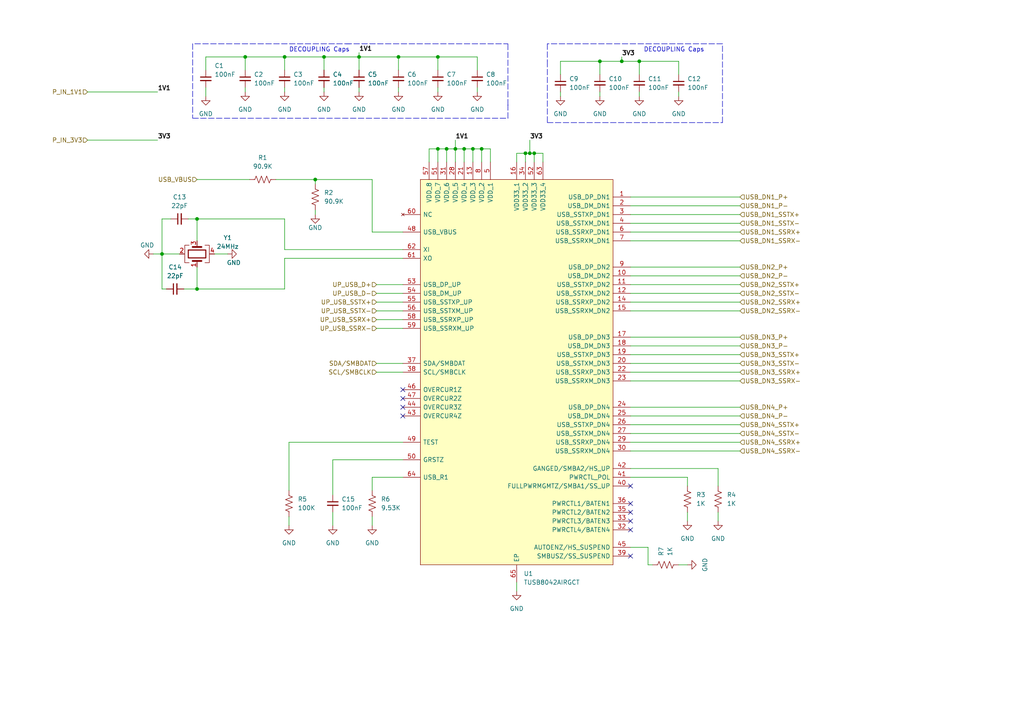
<source format=kicad_sch>
(kicad_sch (version 20211123) (generator eeschema)
  (paper "A4")
  (title_block (title "USB EXTENDER") (date "2022-04-17") (rev "1.0") (comment 2 "Reviewed by:") (comment 3 "Designed by: Robert M M") (comment 4 "USB EXTENDER"))
  (lib_symbols
    (symbol "Device:C_Small" (pin_numbers hide) (pin_names (offset 0.254) hide)
      (property "Reference" "C" (at 0.254 1.778 0))
      (property "Value" "C_Small" (at 0.254 -2.032 0))
      (symbol "C_Small_0_1"
        (polyline (pts (xy -1.524 -0.508) (xy 1.524 -0.508)) (stroke (width 0.3302)))
        (polyline (pts (xy -1.524 0.508) (xy 1.524 0.508)) (stroke (width 0.3048)))
      )
      (symbol "C_Small_1_1"
        (pin passive line (at 0 2.54 270) (length 2.032) (name "~") (number "1"))
        (pin passive line (at 0 -2.54 90) (length 2.032) (name "~") (number "2"))
      )
    )
    (symbol "Device:Crystal_GND24" (pin_names (offset 1.016) hide)
      (property "Reference" "Y" (at 3.175 5.08 0))
      (property "Value" "Crystal_GND24" (at 3.175 3.175 0))
      (symbol "Crystal_GND24_0_1"
        (rectangle (start -1.143 2.54) (end 1.143 -2.54) (stroke (width 0.3048)))
        (polyline (pts (xy -2.54 0) (xy -2.032 0)))
        (polyline (pts (xy -2.032 -1.27) (xy -2.032 1.27)) (stroke (width 0.508)))
        (polyline (pts (xy 0 -3.81) (xy 0 -3.556)))
        (polyline (pts (xy 0 3.556) (xy 0 3.81)))
        (polyline (pts (xy 2.032 -1.27) (xy 2.032 1.27)) (stroke (width 0.508)))
        (polyline (pts (xy 2.032 0) (xy 2.54 0)))
        (polyline (pts (xy -2.54 -2.286) (xy -2.54 -3.556) (xy 2.54 -3.556) (xy 2.54 -2.286)))
        (polyline (pts (xy -2.54 2.286) (xy -2.54 3.556) (xy 2.54 3.556) (xy 2.54 2.286)))
      )
      (symbol "Crystal_GND24_1_1"
        (pin passive line (at -3.81 0 0) (length 1.27) (name "1") (number "1"))
        (pin passive line (at 0 5.08 270) (length 1.27) (name "2") (number "2"))
        (pin passive line (at 3.81 0 180) (length 1.27) (name "3") (number "3"))
        (pin passive line (at 0 -5.08 90) (length 1.27) (name "4") (number "4"))
      )
    )
    (symbol "Device:R_US" (pin_numbers hide) (pin_names (offset 0))
      (property "Reference" "R" (at 2.54 0 90))
      (property "Value" "R_US" (at -2.54 0 90))
      (symbol "R_US_0_1"
        (polyline (pts (xy 0 -2.286) (xy 0 -2.54)))
        (polyline (pts (xy 0 2.286) (xy 0 2.54)))
        (polyline (pts (xy 0 -0.762) (xy 1.016 -1.143) (xy 0 -1.524) (xy -1.016 -1.905) (xy 0 -2.286)))
        (polyline (pts (xy 0 0.762) (xy 1.016 0.381) (xy 0 0) (xy -1.016 -0.381) (xy 0 -0.762)))
        (polyline (pts (xy 0 2.286) (xy 1.016 1.905) (xy 0 1.524) (xy -1.016 1.143) (xy 0 0.762)))
      )
      (symbol "R_US_1_1"
        (pin passive line (at 0 3.81 270) (length 1.27) (name "~") (number "1"))
        (pin passive line (at 0 -3.81 90) (length 1.27) (name "~") (number "2"))
      )
    )
    (symbol "GCL_Integrated-Circuits:TUSB8042AIRGCT" (pin_names (offset 0.762))
      (property "Reference" "U" (at -5.08 25.4 0))
      (property "Value" "TUSB8042AIRGCT" (at -10.16 22.86 0))
      (symbol "TUSB8042AIRGCT_0_0"
        (pin passive line (at 71.12 17.78 180) (length 5.08) (name "USB_DP_DN1") (number "1"))
        (pin passive line (at 71.12 -5.08 180) (length 5.08) (name "USB_DM_DN2") (number "10"))
        (pin passive line (at 71.12 -7.62 180) (length 5.08) (name "USB_SSTXP_DN2") (number "11"))
        (pin passive line (at 71.12 -10.16 180) (length 5.08) (name "USB_SSTXM_DN2") (number "12"))
        (pin passive line (at 25.4 27.94 270) (length 5.08) (name "VDD_3") (number "13"))
        (pin passive line (at 71.12 -12.7 180) (length 5.08) (name "USB_SSRXP_DN2") (number "14"))
        (pin passive line (at 71.12 -15.24 180) (length 5.08) (name "USB_SSRXM_DN2") (number "15"))
        (pin passive line (at 38.1 27.94 270) (length 5.08) (name "VDD33_1") (number "16"))
        (pin passive line (at 71.12 -22.86 180) (length 5.08) (name "USB_DP_DN3") (number "17"))
        (pin passive line (at 71.12 -25.4 180) (length 5.08) (name "USB_DM_DN3") (number "18"))
        (pin passive line (at 71.12 -27.94 180) (length 5.08) (name "USB_SSTXP_DN3") (number "19"))
        (pin passive line (at 71.12 15.24 180) (length 5.08) (name "USB_DM_DN1") (number "2"))
        (pin passive line (at 71.12 -30.48 180) (length 5.08) (name "USB_SSTXM_DN3") (number "20"))
        (pin passive line (at 22.86 27.94 270) (length 5.08) (name "VDD_4") (number "21"))
        (pin passive line (at 71.12 -33.02 180) (length 5.08) (name "USB_SSRXP_DN3") (number "22"))
        (pin passive line (at 71.12 -35.56 180) (length 5.08) (name "USB_SSRXM_DN3") (number "23"))
        (pin passive line (at 71.12 -43.18 180) (length 5.08) (name "USB_DP_DN4") (number "24"))
        (pin passive line (at 71.12 -45.72 180) (length 5.08) (name "USB_DM_DN4") (number "25"))
        (pin passive line (at 71.12 -48.26 180) (length 5.08) (name "USB_SSTXP_DN4") (number "26"))
        (pin passive line (at 71.12 -50.8 180) (length 5.08) (name "USB_SSTXM_DN4") (number "27"))
        (pin passive line (at 20.32 27.94 270) (length 5.08) (name "VDD_5") (number "28"))
        (pin passive line (at 71.12 -53.34 180) (length 5.08) (name "USB_SSRXP_DN4") (number "29"))
        (pin passive line (at 71.12 12.7 180) (length 5.08) (name "USB_SSTXP_DN1") (number "3"))
        (pin passive line (at 71.12 -55.88 180) (length 5.08) (name "USB_SSRXM_DN4") (number "30"))
        (pin passive line (at 17.78 27.94 270) (length 5.08) (name "VDD_6") (number "31"))
        (pin passive line (at 71.12 -78.74 180) (length 5.08) (name "PWRCTL4/BATEN4") (number "32"))
        (pin passive line (at 71.12 -76.2 180) (length 5.08) (name "PWRCTL3/BATEN3") (number "33"))
        (pin passive line (at 40.64 27.94 270) (length 5.08) (name "VDD33_2") (number "34"))
        (pin passive line (at 71.12 -73.66 180) (length 5.08) (name "PWRCTL2/BATEN2") (number "35"))
        (pin passive line (at 71.12 -71.12 180) (length 5.08) (name "PWRCTL1/BATEN1") (number "36"))
        (pin passive line (at 5.08 -30.48 0) (length 5.08) (name "SDA/SMBDAT") (number "37"))
        (pin passive line (at 5.08 -33.02 0) (length 5.08) (name "SCL/SMBCLK") (number "38"))
        (pin passive line (at 71.12 -86.36 180) (length 5.08) (name "SMBUSZ/SS_SUSPEND") (number "39"))
        (pin passive line (at 71.12 10.16 180) (length 5.08) (name "USB_SSTXM_DN1") (number "4"))
        (pin passive line (at 71.12 -66.04 180) (length 5.08) (name "FULLPWRMGMTZ/SMBA1/SS_UP") (number "40"))
        (pin passive line (at 71.12 -63.5 180) (length 5.08) (name "PWRCTL_POL") (number "41"))
        (pin passive line (at 71.12 -60.96 180) (length 5.08) (name "GANGED/SMBA2/HS_UP") (number "42"))
        (pin passive line (at 5.08 -45.72 0) (length 5.08) (name "OVERCUR4Z") (number "43"))
        (pin passive line (at 5.08 -43.18 0) (length 5.08) (name "OVERCUR3Z") (number "44"))
        (pin passive line (at 71.12 -83.82 180) (length 5.08) (name "AUTOENZ/HS_SUSPEND") (number "45"))
        (pin passive line (at 5.08 -38.1 0) (length 5.08) (name "OVERCUR1Z") (number "46"))
        (pin passive line (at 5.08 -40.64 0) (length 5.08) (name "OVERCUR2Z") (number "47"))
        (pin passive line (at 5.08 7.62 0) (length 5.08) (name "USB_VBUS") (number "48"))
        (pin passive line (at 5.08 -53.34 0) (length 5.08) (name "TEST") (number "49"))
        (pin passive line (at 30.48 27.94 270) (length 5.08) (name "VDD_1") (number "5"))
        (pin passive line (at 5.08 -58.42 0) (length 5.08) (name "GRSTZ") (number "50"))
        (pin passive line (at 15.24 27.94 270) (length 5.08) (name "VDD_7") (number "51"))
        (pin passive line (at 43.18 27.94 270) (length 5.08) (name "VDD33_3") (number "52"))
        (pin passive line (at 5.08 -7.62 0) (length 5.08) (name "USB_DP_UP") (number "53"))
        (pin passive line (at 5.08 -10.16 0) (length 5.08) (name "USB_DM_UP") (number "54"))
        (pin passive line (at 5.08 -12.7 0) (length 5.08) (name "USB_SSTXP_UP") (number "55"))
        (pin passive line (at 5.08 -15.24 0) (length 5.08) (name "USB_SSTXM_UP") (number "56"))
        (pin passive line (at 12.7 27.94 270) (length 5.08) (name "VDD_8") (number "57"))
        (pin passive line (at 5.08 -17.78 0) (length 5.08) (name "USB_SSRXP_UP") (number "58"))
        (pin passive line (at 5.08 -20.32 0) (length 5.08) (name "USB_SSRXM_UP") (number "59"))
        (pin passive line (at 71.12 7.62 180) (length 5.08) (name "USB_SSRXP_DN1") (number "6"))
        (pin no_connect line (at 5.08 12.7 0) (length 5.08) (name "NC") (number "60"))
        (pin passive line (at 5.08 0 0) (length 5.08) (name "XO") (number "61"))
        (pin passive line (at 5.08 2.54 0) (length 5.08) (name "XI") (number "62"))
        (pin passive line (at 45.72 27.94 270) (length 5.08) (name "VDD33_4") (number "63"))
        (pin passive line (at 5.08 -63.5 0) (length 5.08) (name "USB_R1") (number "64"))
        (pin passive line (at 38.1 -93.98 90) (length 5.08) (name "EP") (number "65"))
        (pin passive line (at 71.12 5.08 180) (length 5.08) (name "USB_SSRXM_DN1") (number "7"))
        (pin passive line (at 27.94 27.94 270) (length 5.08) (name "VDD_2") (number "8"))
        (pin passive line (at 71.12 -2.54 180) (length 5.08) (name "USB_DP_DN2") (number "9"))
      )
      (symbol "TUSB8042AIRGCT_0_1"
        (rectangle (start 10.16 22.86) (end 66.04 -88.9) (fill (type background)))
      )
    )
    (symbol "power:GND" (power) (pin_names (offset 0))
      (property "Value" "GND" (at 0 -3.81 0))
      (symbol "GND_0_1"
        (polyline (pts (xy 0 0) (xy 0 -1.27) (xy 1.27 -1.27) (xy 0 -2.54) (xy -1.27 -1.27) (xy 0 -1.27)))
      )
      (symbol "GND_1_1"
        (pin power_in line (at 0 0 270) (length 0) hide (name "GND") (number "1"))
      )
    )
  )
  (junction (at 154.94 44.45))
  (junction (at 115.57 16.51))
  (junction (at 82.55 16.51))
  (junction (at 139.7 43.18))
  (junction (at 180.34 17.78))
  (junction (at 129.54 43.18))
  (junction (at 57.15 63.5))
  (junction (at 91.44 52.07))
  (junction (at 93.98 16.51))
  (junction (at 104.14 16.51))
  (junction (at 137.16 43.18))
  (junction (at 153.67 44.45))
  (junction (at 57.15 83.82))
  (junction (at 173.99 17.78))
  (junction (at 152.4 44.45))
  (junction (at 46.99 73.66))
  (junction (at 127 16.51))
  (junction (at 71.12 16.51))
  (junction (at 127 43.18))
  (junction (at 134.62 43.18))
  (junction (at 185.42 17.78))
  (junction (at 132.08 43.18))
  (no_connect (at 182.88 161.29))
  (no_connect (at 116.84 120.65))
  (no_connect (at 116.84 113.03))
  (no_connect (at 116.84 115.57))
  (no_connect (at 116.84 118.11))
  (no_connect (at 182.88 153.67))
  (no_connect (at 182.88 140.97))
  (no_connect (at 182.88 151.13))
  (no_connect (at 182.88 148.59))
  (no_connect (at 182.88 146.05))
  (polyline (pts (xy 55.88 34.29) (xy 147.32 34.29)))
  (wire (pts (xy 154.94 44.45) (xy 157.48 44.45)))
  (wire (pts (xy 46.99 73.66) (xy 46.99 63.5)))
  (wire (pts (xy 25.4 40.64) (xy 45.72 40.64)))
  (wire (pts (xy 138.43 16.51) (xy 138.43 20.32)))
  (wire (pts (xy 96.52 133.35) (xy 96.52 143.51)))
  (wire (pts (xy 173.99 17.78) (xy 162.56 17.78)))
  (wire (pts (xy 93.98 25.4) (xy 93.98 26.67)))
  (polyline (pts (xy 100.33 12.7) (xy 147.32 12.7)))
  (wire (pts (xy 142.24 43.18) (xy 139.7 43.18)))
  (polyline (pts (xy 55.88 12.7) (xy 55.88 34.29)))
  (wire (pts (xy 149.86 168.91) (xy 149.86 171.45)))
  (polyline (pts (xy 147.32 30.48) (xy 147.32 12.7)))
  (wire (pts (xy 82.55 72.39) (xy 116.84 72.39)))
  (wire (pts (xy 182.88 82.55) (xy 214.63 82.55)))
  (wire (pts (xy 127 43.18) (xy 127 46.99)))
  (wire (pts (xy 59.69 16.51) (xy 59.69 20.32)))
  (wire (pts (xy 109.22 90.17) (xy 116.84 90.17)))
  (wire (pts (xy 182.88 120.65) (xy 214.63 120.65)))
  (wire (pts (xy 91.44 52.07) (xy 107.95 52.07)))
  (wire (pts (xy 182.88 90.17) (xy 214.63 90.17)))
  (wire (pts (xy 157.48 44.45) (xy 157.48 46.99)))
  (wire (pts (xy 199.39 148.59) (xy 199.39 151.13)))
  (wire (pts (xy 127 43.18) (xy 124.46 43.18)))
  (wire (pts (xy 162.56 17.78) (xy 162.56 21.59)))
  (wire (pts (xy 109.22 82.55) (xy 116.84 82.55)))
  (wire (pts (xy 182.88 118.11) (xy 214.63 118.11)))
  (wire (pts (xy 115.57 16.51) (xy 127 16.51)))
  (polyline (pts (xy 158.75 12.7) (xy 158.75 17.78)))
  (wire (pts (xy 116.84 138.43) (xy 107.95 138.43)))
  (wire (pts (xy 182.88 128.27) (xy 214.63 128.27)))
  (wire (pts (xy 182.88 80.01) (xy 214.63 80.01)))
  (wire (pts (xy 182.88 97.79) (xy 214.63 97.79)))
  (wire (pts (xy 54.61 63.5) (xy 57.15 63.5)))
  (wire (pts (xy 173.99 26.67) (xy 173.99 27.94)))
  (wire (pts (xy 137.16 43.18) (xy 137.16 46.99)))
  (wire (pts (xy 109.22 107.95) (xy 116.84 107.95)))
  (wire (pts (xy 129.54 43.18) (xy 129.54 46.99)))
  (wire (pts (xy 59.69 25.4) (xy 59.69 27.94)))
  (wire (pts (xy 132.08 43.18) (xy 129.54 43.18)))
  (wire (pts (xy 149.86 44.45) (xy 149.86 46.99)))
  (polyline (pts (xy 209.55 35.56) (xy 209.55 12.7)))
  (wire (pts (xy 180.34 16.51) (xy 180.34 17.78)))
  (wire (pts (xy 83.82 128.27) (xy 116.84 128.27)))
  (wire (pts (xy 154.94 44.45) (xy 154.94 46.99)))
  (polyline (pts (xy 147.32 34.29) (xy 147.32 30.48)))
  (wire (pts (xy 182.88 69.85) (xy 214.63 69.85)))
  (wire (pts (xy 59.69 16.51) (xy 71.12 16.51)))
  (wire (pts (xy 182.88 102.87) (xy 214.63 102.87)))
  (wire (pts (xy 46.99 63.5) (xy 49.53 63.5)))
  (wire (pts (xy 46.99 73.66) (xy 52.07 73.66)))
  (polyline (pts (xy 209.55 12.7) (xy 158.75 12.7)))
  (wire (pts (xy 109.22 92.71) (xy 116.84 92.71)))
  (wire (pts (xy 182.88 57.15) (xy 214.63 57.15)))
  (wire (pts (xy 132.08 43.18) (xy 134.62 43.18)))
  (wire (pts (xy 104.14 15.24) (xy 104.14 16.51)))
  (wire (pts (xy 107.95 67.31) (xy 107.95 52.07)))
  (wire (pts (xy 182.88 100.33) (xy 214.63 100.33)))
  (wire (pts (xy 182.88 87.63) (xy 214.63 87.63)))
  (wire (pts (xy 139.7 43.18) (xy 139.7 46.99)))
  (polyline (pts (xy 147.32 30.48) (xy 147.32 30.48)))
  (wire (pts (xy 149.86 44.45) (xy 152.4 44.45)))
  (wire (pts (xy 185.42 26.67) (xy 185.42 27.94)))
  (wire (pts (xy 107.95 138.43) (xy 107.95 142.24)))
  (wire (pts (xy 71.12 16.51) (xy 71.12 20.32)))
  (wire (pts (xy 115.57 16.51) (xy 115.57 20.32)))
  (wire (pts (xy 182.88 107.95) (xy 214.63 107.95)))
  (wire (pts (xy 132.08 43.18) (xy 132.08 46.99)))
  (wire (pts (xy 44.45 73.66) (xy 46.99 73.66)))
  (polyline (pts (xy 101.6 12.7) (xy 55.88 12.7)))
  (wire (pts (xy 83.82 128.27) (xy 83.82 142.24)))
  (wire (pts (xy 71.12 16.51) (xy 82.55 16.51)))
  (wire (pts (xy 182.88 77.47) (xy 214.63 77.47)))
  (wire (pts (xy 57.15 83.82) (xy 53.34 83.82)))
  (wire (pts (xy 185.42 17.78) (xy 196.85 17.78)))
  (wire (pts (xy 185.42 17.78) (xy 185.42 21.59)))
  (wire (pts (xy 57.15 52.07) (xy 72.39 52.07)))
  (wire (pts (xy 129.54 43.18) (xy 127 43.18)))
  (wire (pts (xy 182.88 130.81) (xy 214.63 130.81)))
  (wire (pts (xy 182.88 67.31) (xy 214.63 67.31)))
  (polyline (pts (xy 158.75 35.56) (xy 209.55 35.56)))
  (wire (pts (xy 109.22 87.63) (xy 116.84 87.63)))
  (wire (pts (xy 187.96 163.83) (xy 189.23 163.83)))
  (wire (pts (xy 116.84 67.31) (xy 107.95 67.31)))
  (wire (pts (xy 187.96 158.75) (xy 187.96 163.83)))
  (wire (pts (xy 57.15 63.5) (xy 82.55 63.5)))
  (wire (pts (xy 196.85 17.78) (xy 196.85 21.59)))
  (wire (pts (xy 208.28 135.89) (xy 208.28 140.97)))
  (wire (pts (xy 127 16.51) (xy 138.43 16.51)))
  (wire (pts (xy 104.14 25.4) (xy 104.14 26.67)))
  (wire (pts (xy 153.67 44.45) (xy 154.94 44.45)))
  (wire (pts (xy 127 16.51) (xy 127 20.32)))
  (wire (pts (xy 62.23 73.66) (xy 66.04 73.66)))
  (wire (pts (xy 57.15 77.47) (xy 57.15 83.82)))
  (wire (pts (xy 96.52 133.35) (xy 116.84 133.35)))
  (wire (pts (xy 142.24 43.18) (xy 142.24 46.99)))
  (wire (pts (xy 80.01 52.07) (xy 91.44 52.07)))
  (wire (pts (xy 182.88 62.23) (xy 214.63 62.23)))
  (wire (pts (xy 96.52 148.59) (xy 96.52 152.4)))
  (wire (pts (xy 173.99 17.78) (xy 180.34 17.78)))
  (wire (pts (xy 182.88 110.49) (xy 214.63 110.49)))
  (polyline (pts (xy 158.75 17.78) (xy 158.75 35.56)))
  (wire (pts (xy 139.7 43.18) (xy 137.16 43.18)))
  (wire (pts (xy 199.39 138.43) (xy 199.39 140.97)))
  (wire (pts (xy 138.43 25.4) (xy 138.43 26.67)))
  (wire (pts (xy 109.22 85.09) (xy 116.84 85.09)))
  (wire (pts (xy 82.55 63.5) (xy 82.55 72.39)))
  (wire (pts (xy 91.44 52.07) (xy 91.44 53.34)))
  (wire (pts (xy 25.4 26.67) (xy 45.72 26.67)))
  (wire (pts (xy 182.88 135.89) (xy 208.28 135.89)))
  (wire (pts (xy 182.88 138.43) (xy 199.39 138.43)))
  (wire (pts (xy 182.88 85.09) (xy 214.63 85.09)))
  (wire (pts (xy 152.4 46.99) (xy 152.4 44.45)))
  (wire (pts (xy 153.67 40.64) (xy 153.67 44.45)))
  (wire (pts (xy 182.88 123.19) (xy 214.63 123.19)))
  (wire (pts (xy 134.62 43.18) (xy 134.62 46.99)))
  (wire (pts (xy 182.88 64.77) (xy 214.63 64.77)))
  (wire (pts (xy 180.34 17.78) (xy 185.42 17.78)))
  (wire (pts (xy 104.14 16.51) (xy 115.57 16.51)))
  (wire (pts (xy 196.85 163.83) (xy 199.39 163.83)))
  (wire (pts (xy 127 25.4) (xy 127 26.67)))
  (wire (pts (xy 182.88 125.73) (xy 214.63 125.73)))
  (wire (pts (xy 109.22 95.25) (xy 116.84 95.25)))
  (wire (pts (xy 93.98 16.51) (xy 93.98 20.32)))
  (wire (pts (xy 152.4 44.45) (xy 153.67 44.45)))
  (wire (pts (xy 109.22 105.41) (xy 116.84 105.41)))
  (wire (pts (xy 57.15 63.5) (xy 57.15 69.85)))
  (wire (pts (xy 48.26 83.82) (xy 46.99 83.82)))
  (wire (pts (xy 82.55 74.93) (xy 116.84 74.93)))
  (wire (pts (xy 173.99 17.78) (xy 173.99 21.59)))
  (wire (pts (xy 104.14 16.51) (xy 104.14 20.32)))
  (wire (pts (xy 82.55 25.4) (xy 82.55 26.67)))
  (wire (pts (xy 208.28 148.59) (xy 208.28 151.13)))
  (wire (pts (xy 115.57 25.4) (xy 115.57 26.67)))
  (wire (pts (xy 162.56 26.67) (xy 162.56 27.94)))
  (wire (pts (xy 46.99 73.66) (xy 46.99 83.82)))
  (wire (pts (xy 82.55 16.51) (xy 82.55 20.32)))
  (wire (pts (xy 182.88 105.41) (xy 214.63 105.41)))
  (wire (pts (xy 82.55 16.51) (xy 93.98 16.51)))
  (wire (pts (xy 83.82 149.86) (xy 83.82 152.4)))
  (wire (pts (xy 196.85 26.67) (xy 196.85 27.94)))
  (wire (pts (xy 82.55 83.82) (xy 57.15 83.82)))
  (wire (pts (xy 134.62 43.18) (xy 137.16 43.18)))
  (wire (pts (xy 132.08 40.64) (xy 132.08 43.18)))
  (wire (pts (xy 93.98 16.51) (xy 104.14 16.51)))
  (wire (pts (xy 107.95 149.86) (xy 107.95 152.4)))
  (wire (pts (xy 71.12 25.4) (xy 71.12 26.67)))
  (wire (pts (xy 82.55 74.93) (xy 82.55 83.82)))
  (wire (pts (xy 124.46 43.18) (xy 124.46 46.99)))
  (wire (pts (xy 91.44 60.96) (xy 91.44 62.23)))
  (wire (pts (xy 182.88 59.69) (xy 214.63 59.69)))
  (wire (pts (xy 182.88 158.75) (xy 187.96 158.75)))
  (text "DECOUPLING Caps" (at 83.82 15.24 0) (effects (font (size 1.27 1.27)) (justify left bottom)))
  (text "DECOUPLING Caps" (at 186.69 15.24 0) (effects (font (size 1.27 1.27)) (justify left bottom)))
  (label "3V3" (at 180.34 16.51 0) (effects (font bold)))
  (label "1V1" (at 45.72 26.67 0) (effects (font bold)))
  (label "3V3" (at 153.67 40.64 0) (effects (font bold)))
  (label "1V1" (at 104.14 15.24 0) (effects (font bold)))
  (label "3V3" (at 45.72 40.64 0) (effects (font bold)))
  (label "1V1" (at 132.08 40.64 0) (effects (font bold)))
  (hierarchical_label "P_IN_3V3" (shape input) (at 25.4 40.64 180))
  (hierarchical_label "USB_DN4_SSRX-" (shape input) (at 214.63 130.81 0))
  (hierarchical_label "USB_DN3_SSRX-" (shape input) (at 214.63 110.49 0))
  (hierarchical_label "SDA{slash}SMBDAT" (shape input) (at 109.22 105.41 180))
  (hierarchical_label "USB_DN3_SSRX+" (shape input) (at 214.63 107.95 0))
  (hierarchical_label "USB_DN1_SSTX-" (shape input) (at 214.63 64.77 0))
  (hierarchical_label "USB_DN2_SSTX+" (shape input) (at 214.63 82.55 0))
  (hierarchical_label "USB_DN4_P-" (shape input) (at 214.63 120.65 0))
  (hierarchical_label "USB_DN2_SSRX+" (shape input) (at 214.63 87.63 0))
  (hierarchical_label "USB_VBUS" (shape input) (at 57.15 52.07 180))
  (hierarchical_label "USB_DN3_SSTX+" (shape input) (at 214.63 102.87 0))
  (hierarchical_label "USB_DN1_P-" (shape input) (at 214.63 59.69 0))
  (hierarchical_label "UP_USB_D+" (shape input) (at 109.22 82.55 180))
  (hierarchical_label "USB_DN4_SSRX+" (shape input) (at 214.63 128.27 0))
  (hierarchical_label "USB_DN2_P+" (shape input) (at 214.63 77.47 0))
  (hierarchical_label "UP_USB_SSTX-" (shape input) (at 109.22 90.17 180))
  (hierarchical_label "USB_DN1_P+" (shape input) (at 214.63 57.15 0))
  (hierarchical_label "SCL{slash}SMBCLK" (shape input) (at 109.22 107.95 180))
  (hierarchical_label "USB_DN2_SSRX-" (shape input) (at 214.63 90.17 0))
  (hierarchical_label "USB_DN3_SSTX-" (shape input) (at 214.63 105.41 0))
  (hierarchical_label "USB_DN2_SSTX-" (shape input) (at 214.63 85.09 0))
  (hierarchical_label "USB_DN4_SSTX-" (shape input) (at 214.63 125.73 0))
  (hierarchical_label "USB_DN1_SSRX+" (shape input) (at 214.63 67.31 0))
  (hierarchical_label "UP_USB_D-" (shape input) (at 109.22 85.09 180))
  (hierarchical_label "UP_USB_SSTX+" (shape input) (at 109.22 87.63 180))
  (hierarchical_label "USB_DN2_P-" (shape input) (at 214.63 80.01 0))
  (hierarchical_label "UP_USB_SSRX-" (shape input) (at 109.22 95.25 180))
  (hierarchical_label "USB_DN3_P+" (shape input) (at 214.63 97.79 0))
  (hierarchical_label "USB_DN4_P+" (shape input) (at 214.63 118.11 0))
  (hierarchical_label "USB_DN4_SSTX+" (shape input) (at 214.63 123.19 0))
  (hierarchical_label "USB_DN3_P-" (shape input) (at 214.63 100.33 0))
  (hierarchical_label "USB_DN1_SSTX+" (shape input) (at 214.63 62.23 0))
  (hierarchical_label "USB_DN1_SSRX-" (shape input) (at 214.63 69.85 0))
  (hierarchical_label "UP_USB_SSRX+" (shape input) (at 109.22 92.71 180))
  (hierarchical_label "P_IN_1V1" (shape input) (at 25.4 26.67 180))
  (symbol (lib_id "power:GND") (at 149.86 171.45 0)
    (property "Reference" "#PWR080" (effects hide))
    (property "Value" "GND" (at 149.86 176.53 0))
  )
  (symbol (lib_id "Device:R_US") (at 107.95 146.05 180)
    (property "Reference" "R6" (at 110.49 144.7799 0) (effects (justify right)))
    (property "Value" "9.53K" (at 110.49 147.3199 0) (effects (justify right)))
    (property "Footprint" "Resistor_SMD:R_0402_1005Metric" (effects hide))
  )
  (symbol (lib_id "power:GND") (at 196.85 27.94 0)
    (property "Reference" "#PWR070" (effects hide))
    (property "Value" "GND" (at 196.85 33.02 0))
  )
  (symbol (lib_id "Device:C_Small") (at 59.69 22.86 0)
    (property "Reference" "C1" (at 62.23 19.0562 0) (effects (justify left)))
    (property "Value" "100nF" (at 62.23 21.5962 0) (effects (justify left)))
    (property "Footprint" "Capacitor_SMD:C_0402_1005Metric" (effects hide))
  )
  (symbol (lib_id "Device:C_Small") (at 50.8 83.82 90)
    (property "Reference" "C14" (at 50.8063 77.47 90))
    (property "Value" "22pF" (at 50.8063 80.01 90))
    (property "Footprint" "Capacitor_SMD:C_0402_1005Metric" (effects hide))
  )
  (symbol (lib_id "power:GND") (at 199.39 163.83 90)
    (property "Reference" "#PWR079" (effects hide))
    (property "Value" "GND" (at 204.47 163.83 0))
  )
  (symbol (lib_id "power:GND") (at 59.69 27.94 0)
    (property "Reference" "#PWR066" (effects hide))
    (property "Value" "GND" (at 59.69 33.02 0))
  )
  (symbol (lib_id "Device:R_US") (at 193.04 163.83 270)
    (property "Reference" "R7" (at 191.7699 161.29 0) (effects (justify right)))
    (property "Value" "1K" (at 194.3099 161.29 0) (effects (justify right)))
    (property "Footprint" "Resistor_SMD:R_0402_1005Metric" (effects hide))
  )
  (symbol (lib_id "Device:R_US") (at 91.44 57.15 180)
    (property "Reference" "R2" (at 93.98 55.8799 0) (effects (justify right)))
    (property "Value" "90.9K" (at 93.98 58.4199 0) (effects (justify right)))
    (property "Footprint" "Resistor_SMD:R_0402_1005Metric" (effects hide))
  )
  (symbol (lib_id "power:GND") (at 107.95 152.4 0)
    (property "Reference" "#PWR078" (effects hide))
    (property "Value" "GND" (at 107.95 157.48 0))
  )
  (symbol (lib_id "Device:C_Small") (at 173.99 24.13 0)
    (property "Reference" "C10" (at 176.53 22.8662 0) (effects (justify left)))
    (property "Value" "100nF" (at 176.53 25.4062 0) (effects (justify left)))
    (property "Footprint" "Capacitor_SMD:C_0402_1005Metric" (effects hide))
  )
  (symbol (lib_id "Device:R_US") (at 76.2 52.07 90)
    (property "Reference" "R1" (at 76.2 45.72 90))
    (property "Value" "90.9K" (at 76.2 48.26 90))
    (property "Footprint" "Resistor_SMD:R_0402_1005Metric" (effects hide))
  )
  (symbol (lib_id "power:GND") (at 208.28 151.13 0)
    (property "Reference" "#PWR075" (effects hide))
    (property "Value" "GND" (at 208.28 156.21 0))
  )
  (symbol (lib_id "Device:C_Small") (at 115.57 22.86 0)
    (property "Reference" "C6" (at 118.11 21.5962 0) (effects (justify left)))
    (property "Value" "100nF" (at 118.11 24.1362 0) (effects (justify left)))
    (property "Footprint" "Capacitor_SMD:C_0402_1005Metric" (effects hide))
  )
  (symbol (lib_id "Device:C_Small") (at 96.52 146.05 0)
    (property "Reference" "C15" (at 99.06 144.7862 0) (effects (justify left)))
    (property "Value" "100nF" (at 99.06 147.3262 0) (effects (justify left)))
    (property "Footprint" "Capacitor_SMD:C_0402_1005Metric" (effects hide))
  )
  (symbol (lib_id "Device:Crystal_GND24") (at 57.15 73.66 90)
    (property "Reference" "Y1" (at 66.04 68.961 90))
    (property "Value" "24MHz" (at 66.04 71.501 90))
    (property "Footprint" "Crystal:Crystal_SMD_EuroQuartz_X22-4Pin_2.5x2.0mm" (effects hide))
  )
  (symbol (lib_id "power:GND") (at 91.44 62.23 0)
    (property "Reference" "#PWR071" (effects hide))
    (property "Value" "GND" (at 91.44 66.04 0))
  )
  (symbol (lib_id "Device:C_Small") (at 196.85 24.13 0)
    (property "Reference" "C12" (at 199.39 22.8662 0) (effects (justify left)))
    (property "Value" "100nF" (at 199.39 25.4062 0) (effects (justify left)))
    (property "Footprint" "Capacitor_SMD:C_0402_1005Metric" (effects hide))
  )
  (symbol (lib_id "power:GND") (at 127 26.67 0)
    (property "Reference" "#PWR064" (effects hide))
    (property "Value" "GND" (at 127 31.75 0))
  )
  (symbol (lib_id "Device:C_Small") (at 127 22.86 0)
    (property "Reference" "C7" (at 129.54 21.5962 0) (effects (justify left)))
    (property "Value" "100nF" (at 129.54 24.1362 0) (effects (justify left)))
    (property "Footprint" "Capacitor_SMD:C_0402_1005Metric" (effects hide))
  )
  (symbol (lib_id "Device:R_US") (at 199.39 144.78 180)
    (property "Reference" "R3" (at 201.93 143.5099 0) (effects (justify right)))
    (property "Value" "1K" (at 201.93 146.0499 0) (effects (justify right)))
    (property "Footprint" "Resistor_SMD:R_0402_1005Metric" (effects hide))
  )
  (symbol (lib_id "Device:C_Small") (at 104.14 22.86 0)
    (property "Reference" "C5" (at 106.68 21.5962 0) (effects (justify left)))
    (property "Value" "100nF" (at 106.68 24.1362 0) (effects (justify left)))
    (property "Footprint" "Capacitor_SMD:C_0402_1005Metric" (effects hide))
  )
  (symbol (lib_id "Device:C_Small") (at 93.98 22.86 0)
    (property "Reference" "C4" (at 96.52 21.5962 0) (effects (justify left)))
    (property "Value" "100nF" (at 96.52 24.1362 0) (effects (justify left)))
    (property "Footprint" "Capacitor_SMD:C_0402_1005Metric" (effects hide))
  )
  (symbol (lib_id "Device:R_US") (at 208.28 144.78 180)
    (property "Reference" "R4" (at 210.82 143.5099 0) (effects (justify right)))
    (property "Value" "1K" (at 210.82 146.0499 0) (effects (justify right)))
    (property "Footprint" "Resistor_SMD:R_0402_1005Metric" (effects hide))
  )
  (symbol (lib_id "Device:R_US") (at 83.82 146.05 180)
    (property "Reference" "R5" (at 86.36 144.7799 0) (effects (justify right)))
    (property "Value" "100K" (at 86.36 147.3199 0) (effects (justify right)))
    (property "Footprint" "Resistor_SMD:R_0402_1005Metric" (effects hide))
  )
  (symbol (lib_id "GCL_Integrated-Circuits:TUSB8042AIRGCT") (at 111.76 74.93 0)
    (property "Reference" "U1" (at 151.8794 166.37 0) (effects (justify left)))
    (property "Value" "TUSB8042AIRGCT" (at 151.8794 168.91 0) (effects (justify left)))
    (property "Footprint" "Package_DFN_QFN:QFN-64-1EP_9x9mm_P0.5mm_EP6x6mm" (effects hide))
    (property "Datasheet" "https://www.arrow.com/en/products/tusb8042airgct/texas-instruments" (effects hide))
    (property "Description" "USB Interface IC" (effects hide))
    (property "Height" "1" (effects hide))
    (property "Mouser Part Number" "595-TUSB8042AIRGCT" (effects hide))
    (property "Mouser Price/Stock" "https://www.mouser.co.uk/ProductDetail/Texas-Instruments/TUSB8042AIRGCT?qs=%252B6g0mu59x7KIi2a0AGGC3Q%3D%3D" (effects hide))
    (property "Manufacturer_Name" "Texas Instruments" (effects hide))
    (property "Manufacturer_Part_Number" "TUSB8042AIRGCT" (effects hide))
  )
  (symbol (lib_id "power:GND") (at 83.82 152.4 0)
    (property "Reference" "#PWR076" (effects hide))
    (property "Value" "GND" (at 83.82 157.48 0))
  )
  (symbol (lib_id "power:GND") (at 199.39 151.13 0)
    (property "Reference" "#PWR074" (effects hide))
    (property "Value" "GND" (at 199.39 156.21 0))
  )
  (symbol (lib_id "Device:C_Small") (at 71.12 22.86 0)
    (property "Reference" "C2" (at 73.66 21.5962 0) (effects (justify left)))
    (property "Value" "100nF" (at 73.66 24.1362 0) (effects (justify left)))
    (property "Footprint" "Capacitor_SMD:C_0402_1005Metric" (effects hide))
  )
  (symbol (lib_id "power:GND") (at 173.99 27.94 0)
    (property "Reference" "#PWR068" (effects hide))
    (property "Value" "GND" (at 173.99 33.02 0))
  )
  (symbol (lib_id "power:GND") (at 82.55 26.67 0)
    (property "Reference" "#PWR060" (effects hide))
    (property "Value" "GND" (at 82.55 31.75 0))
  )
  (symbol (lib_id "power:GND") (at 115.57 26.67 0)
    (property "Reference" "#PWR063" (effects hide))
    (property "Value" "GND" (at 115.57 31.75 0))
  )
  (symbol (lib_id "power:GND") (at 44.45 73.66 270)
    (property "Reference" "#PWR072" (effects hide))
    (property "Value" "GND" (at 40.64 71.12 90) (effects (justify left)))
  )
  (symbol (lib_id "Device:C_Small") (at 185.42 24.13 0)
    (property "Reference" "C11" (at 187.96 22.8662 0) (effects (justify left)))
    (property "Value" "100nF" (at 187.96 25.4062 0) (effects (justify left)))
    (property "Footprint" "Capacitor_SMD:C_0402_1005Metric" (effects hide))
  )
  (symbol (lib_id "Device:C_Small") (at 138.43 22.86 0)
    (property "Reference" "C8" (at 140.97 21.5962 0) (effects (justify left)))
    (property "Value" "100nF" (at 140.97 24.1362 0) (effects (justify left)))
    (property "Footprint" "Capacitor_SMD:C_0402_1005Metric" (effects hide))
  )
  (symbol (lib_id "Device:C_Small") (at 82.55 22.86 0)
    (property "Reference" "C3" (at 85.09 21.5962 0) (effects (justify left)))
    (property "Value" "100nF" (at 85.09 24.1362 0) (effects (justify left)))
    (property "Footprint" "Capacitor_SMD:C_0402_1005Metric" (effects hide))
  )
  (symbol (lib_id "power:GND") (at 66.04 73.66 90)
    (property "Reference" "#PWR073" (effects hide))
    (property "Value" "GND" (at 69.85 76.2 90) (effects (justify left)))
  )
  (symbol (lib_id "power:GND") (at 185.42 27.94 0)
    (property "Reference" "#PWR069" (effects hide))
    (property "Value" "GND" (at 185.42 33.02 0))
  )
  (symbol (lib_id "power:GND") (at 71.12 26.67 0)
    (property "Reference" "#PWR059" (effects hide))
    (property "Value" "GND" (at 71.12 31.75 0))
  )
  (symbol (lib_id "power:GND") (at 138.43 26.67 0)
    (property "Reference" "#PWR065" (effects hide))
    (property "Value" "GND" (at 138.43 31.75 0))
  )
  (symbol (lib_id "power:GND") (at 162.56 27.94 0)
    (property "Reference" "#PWR067" (effects hide))
    (property "Value" "GND" (at 162.56 33.02 0))
  )
  (symbol (lib_id "Device:C_Small") (at 52.07 63.5 90)
    (property "Reference" "C13" (at 52.0763 57.15 90))
    (property "Value" "22pF" (at 52.0763 59.69 90))
    (property "Footprint" "Capacitor_SMD:C_0402_1005Metric" (effects hide))
  )
  (symbol (lib_id "power:GND") (at 96.52 152.4 0)
    (property "Reference" "#PWR077" (effects hide))
    (property "Value" "GND" (at 96.52 157.48 0))
  )
  (symbol (lib_id "Device:C_Small") (at 162.56 24.13 0)
    (property "Reference" "C9" (at 165.1 22.8662 0) (effects (justify left)))
    (property "Value" "100nF" (at 165.1 25.4062 0) (effects (justify left)))
    (property "Footprint" "Capacitor_SMD:C_0402_1005Metric" (effects hide))
  )
  (symbol (lib_id "power:GND") (at 104.14 26.67 0)
    (property "Reference" "#PWR062" (effects hide))
    (property "Value" "GND" (at 104.14 31.75 0))
  )
  (symbol (lib_id "power:GND") (at 93.98 26.67 0)
    (property "Reference" "#PWR061" (effects hide))
    (property "Value" "GND" (at 93.98 31.75 0))
  )
)
</source>
